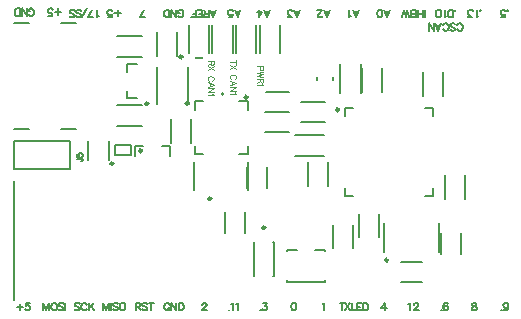
<source format=gbr>
%TF.GenerationSoftware,Altium Limited,Altium Designer,24.10.1 (45)*%
G04 Layer_Color=65535*
%FSLAX45Y45*%
%MOMM*%
%TF.SameCoordinates,D2505BA3-E522-476C-ACF0-F4815D070146*%
%TF.FilePolarity,Positive*%
%TF.FileFunction,Legend,Top*%
%TF.Part,Single*%
G01*
G75*
%TA.AperFunction,NonConductor*%
%ADD52C,0.25000*%
%ADD53C,0.15000*%
%ADD54C,0.20000*%
%ADD55C,0.12700*%
%ADD56C,0.15240*%
%ADD57C,0.12000*%
%ADD58R,0.80000X0.15000*%
D52*
X1515000Y2007500D02*
G03*
X1515000Y2007500I-12500J0D01*
G01*
X1462500Y2400000D02*
G03*
X1462500Y2400000I-12500J0D01*
G01*
X2012500Y2060000D02*
G03*
X2012500Y2060000I-12500J0D01*
G01*
X2162500Y955000D02*
G03*
X2162500Y955000I-12500J0D01*
G01*
X3202500Y680000D02*
G03*
X3202500Y680000I-12500J0D01*
G01*
X2785760Y1952600D02*
G03*
X2785760Y1952600I-12500J0D01*
G01*
X876000Y1498500D02*
G03*
X876000Y1498500I-12500J0D01*
G01*
X1117500Y1605000D02*
G03*
X1117500Y1605000I-12500J0D01*
G01*
X1172597Y2004145D02*
G03*
X1172597Y2004145I-12500J0D01*
G01*
X1705000Y1200000D02*
G03*
X1705000Y1200000I-12500J0D01*
G01*
D53*
X1807500Y2085000D02*
G03*
X1807500Y2085000I-7500J0D01*
G01*
D54*
X2794689Y2096091D02*
Y2341913D01*
X2971511Y2096091D02*
Y2341913D01*
X1362499Y1669393D02*
Y1870607D01*
X1532499Y1669393D02*
Y1870607D01*
X32000Y2686000D02*
X160000D01*
X32000Y1792000D02*
X160000D01*
X432000Y2686000D02*
X557000D01*
X432000Y1792000D02*
X557000D01*
X1567500Y1952500D02*
Y2022500D01*
X1637500D01*
X1567500Y1577500D02*
Y1647500D01*
Y1577500D02*
X1637500D01*
X2012500D02*
Y1647500D01*
X1942500Y1577500D02*
X2012500D01*
Y1952500D02*
Y2022500D01*
X1942500D02*
X2012500D01*
X1505000Y1997500D02*
Y2312500D01*
X1245000Y1997500D02*
Y2312500D01*
X2165894Y1936493D02*
X2367107D01*
X2165894Y2106493D02*
X2367107D01*
X2164593Y1766762D02*
X2365806D01*
X2164593Y1936762D02*
X2365806D01*
X2414503Y1561589D02*
X2660326D01*
X2414503Y1738411D02*
X2660326D01*
X1245000Y2409393D02*
Y2610607D01*
X1415000Y2409393D02*
Y2610607D01*
X2695000Y1309393D02*
Y1510607D01*
X2525000Y1309393D02*
Y1510607D01*
X3125000Y871675D02*
Y1072888D01*
X2955000Y871675D02*
Y1072888D01*
X3495000Y2069393D02*
Y2270607D01*
X3665000Y2069393D02*
Y2270607D01*
X2469393Y1845000D02*
X2670607D01*
X2469393Y2015000D02*
X2670607D01*
X3855000Y1199393D02*
Y1400607D01*
X3685000Y1199393D02*
Y1400607D01*
X2982500Y2106893D02*
Y2308107D01*
X3152500Y2106893D02*
Y2308107D01*
X1995300Y913033D02*
Y1088033D01*
X1825000Y912500D02*
Y1087500D01*
X2175300Y1293033D02*
Y1468033D01*
X2005000Y1292500D02*
Y1467500D01*
X3311967Y660300D02*
X3486967D01*
X3312500Y490000D02*
X3487500D01*
X3818500Y734233D02*
Y909233D01*
X3648200Y733700D02*
Y908700D01*
X2285607Y2429393D02*
Y2670607D01*
X2114393Y2429393D02*
Y2670607D01*
X1885607Y2429393D02*
Y2670607D01*
X1714393Y2429393D02*
Y2670607D01*
X1685607Y2431723D02*
Y2672936D01*
X1514393Y2431723D02*
Y2672936D01*
X910690Y2399200D02*
X1121310D01*
X910690Y2579200D02*
X1121310D01*
X2230000Y830000D02*
X2235000D01*
X2065000D02*
X2070000D01*
X2065000Y545000D02*
Y830000D01*
X2230000Y545000D02*
X2235000D01*
X2065000D02*
X2070000D01*
X2235000D02*
Y830000D01*
X3630000Y750000D02*
Y990000D01*
X3170000Y750000D02*
Y990000D01*
X2838260Y1897600D02*
Y1967600D01*
X2908260Y1967600D01*
X2838260Y1222600D02*
Y1292600D01*
Y1222600D02*
X2908260Y1222600D01*
X3583260D02*
Y1292600D01*
X3513260Y1222600D02*
X3583260D01*
X3583260Y1967600D02*
X3583260Y1897600D01*
X3513260Y1967600D02*
X3583260Y1967600D01*
X2740000Y2207500D02*
Y2232500D01*
X2600000Y2207500D02*
Y2232500D01*
X892500Y1570000D02*
Y1650000D01*
X1027500Y1570000D02*
Y1650000D01*
X892500Y1570000D02*
X1027500D01*
X892500Y1650000D02*
X1027500D01*
X910690Y1995000D02*
X1121310D01*
X910690Y1815000D02*
X1121310D01*
X840000Y1530000D02*
Y1690000D01*
X660000Y1530000D02*
Y1690000D01*
X1064000Y1563500D02*
Y1645000D01*
X1130000D01*
X1356000Y1563500D02*
Y1645000D01*
X1290000D02*
X1356000D01*
X995097Y2048146D02*
X1076597D01*
X995097D02*
Y2114145D01*
Y2340145D02*
X1076597D01*
X995097Y2274145D02*
Y2340145D01*
X2907500Y783876D02*
Y976124D01*
X2732500Y783876D02*
Y976124D01*
X2020000Y1270000D02*
Y1510000D01*
X1560000Y1270000D02*
Y1510000D01*
X1914393Y2429393D02*
Y2670607D01*
X2085607Y2429393D02*
Y2670607D01*
X2350000Y495000D02*
X2670000D01*
X2350000Y752500D02*
Y765000D01*
Y495000D02*
Y507500D01*
X2587500Y765000D02*
X2670000D01*
X2350000D02*
X2432500D01*
X2670000Y752500D02*
Y765000D01*
Y495000D02*
Y507500D01*
D55*
X34200Y1453200D02*
X511800D01*
X34200Y1686800D02*
X511800D01*
Y1453200D02*
Y1686800D01*
X34200Y1453200D02*
Y1686800D01*
X33000Y337500D02*
Y1352500D01*
D56*
X3788857Y2636127D02*
X3791880Y2630081D01*
X3797927Y2624035D01*
X3803973Y2621012D01*
X3816066D01*
X3822112Y2624035D01*
X3828158Y2630081D01*
X3831182Y2636127D01*
X3834205Y2645197D01*
Y2660312D01*
X3831182Y2669382D01*
X3828158Y2675428D01*
X3822112Y2681475D01*
X3816066Y2684498D01*
X3803973D01*
X3797927Y2681475D01*
X3791880Y2675428D01*
X3788857Y2669382D01*
X3728696Y2630081D02*
X3734743Y2624035D01*
X3743812Y2621012D01*
X3755905D01*
X3764974Y2624035D01*
X3771021Y2630081D01*
Y2636127D01*
X3767998Y2642174D01*
X3764974Y2645197D01*
X3758928Y2648220D01*
X3740789Y2654266D01*
X3734743Y2657289D01*
X3731719Y2660312D01*
X3728696Y2666359D01*
Y2675428D01*
X3734743Y2681475D01*
X3743812Y2684498D01*
X3755905D01*
X3764974Y2681475D01*
X3771021Y2675428D01*
X3669140Y2636127D02*
X3672163Y2630081D01*
X3678210Y2624035D01*
X3684256Y2621012D01*
X3696349D01*
X3702395Y2624035D01*
X3708441Y2630081D01*
X3711465Y2636127D01*
X3714488Y2645197D01*
Y2660312D01*
X3711465Y2669382D01*
X3708441Y2675428D01*
X3702395Y2681475D01*
X3696349Y2684498D01*
X3684256D01*
X3678210Y2681475D01*
X3672163Y2675428D01*
X3669140Y2669382D01*
X3602933Y2684498D02*
X3627118Y2621012D01*
X3651304Y2684498D01*
X3642234Y2663336D02*
X3612002D01*
X3588120Y2621012D02*
Y2684498D01*
Y2621012D02*
X3545795Y2684498D01*
Y2621012D02*
Y2684498D01*
X3769660Y2791211D02*
X3772683Y2794234D01*
X3769660Y2797257D01*
X3766637Y2794234D01*
X3769660Y2791211D01*
X3752730Y2733771D02*
Y2797257D01*
Y2733771D02*
X3731568D01*
X3722499Y2736794D01*
X3716452Y2742840D01*
X3713429Y2748887D01*
X3710406Y2757956D01*
Y2773072D01*
X3713429Y2782142D01*
X3716452Y2788188D01*
X3722499Y2794234D01*
X3731568Y2797257D01*
X3752730D01*
X3696197Y2745863D02*
X3690151Y2742840D01*
X3681082Y2733771D01*
Y2797257D01*
X3631502Y2733771D02*
X3640571Y2736794D01*
X3646618Y2745863D01*
X3649641Y2760979D01*
Y2770049D01*
X3646618Y2785165D01*
X3640571Y2794234D01*
X3631502Y2797257D01*
X3625455D01*
X3616386Y2794234D01*
X3610339Y2785165D01*
X3607316Y2770049D01*
Y2760979D01*
X3610339Y2745863D01*
X3616386Y2736794D01*
X3625455Y2733771D01*
X3631502D01*
X284387Y316226D02*
Y252739D01*
Y316226D02*
X308572Y252739D01*
X332757Y316226D02*
X308572Y252739D01*
X332757Y316226D02*
Y252739D01*
X369035Y316226D02*
X362989Y313203D01*
X356942Y307156D01*
X353919Y301110D01*
X350896Y292041D01*
Y276925D01*
X353919Y267855D01*
X356942Y261809D01*
X362989Y255763D01*
X369035Y252739D01*
X381128D01*
X387174Y255763D01*
X393220Y261809D01*
X396244Y267855D01*
X399267Y276925D01*
Y292041D01*
X396244Y301110D01*
X393220Y307156D01*
X387174Y313203D01*
X381128Y316226D01*
X369035D01*
X456404Y307156D02*
X450358Y313203D01*
X441289Y316226D01*
X429196D01*
X420126Y313203D01*
X414080Y307156D01*
Y301110D01*
X417103Y295064D01*
X420126Y292041D01*
X426173Y289017D01*
X444312Y282971D01*
X450358Y279948D01*
X453381Y276925D01*
X456404Y270878D01*
Y261809D01*
X450358Y255763D01*
X441289Y252739D01*
X429196D01*
X420126Y255763D01*
X414080Y261809D01*
X470613Y316226D02*
Y252739D01*
X591304Y307156D02*
X585257Y313203D01*
X576188Y316226D01*
X564095D01*
X555026Y313203D01*
X548979Y307156D01*
Y301110D01*
X552002Y295064D01*
X555026Y292041D01*
X561072Y289017D01*
X579211Y282971D01*
X585257Y279948D01*
X588281Y276925D01*
X591304Y270878D01*
Y261809D01*
X585257Y255763D01*
X576188Y252739D01*
X564095D01*
X555026Y255763D01*
X548979Y261809D01*
X650860Y301110D02*
X647837Y307156D01*
X641790Y313203D01*
X635744Y316226D01*
X623651D01*
X617605Y313203D01*
X611559Y307156D01*
X608535Y301110D01*
X605512Y292041D01*
Y276925D01*
X608535Y267855D01*
X611559Y261809D01*
X617605Y255763D01*
X623651Y252739D01*
X635744D01*
X641790Y255763D01*
X647837Y261809D01*
X650860Y267855D01*
X668696Y316226D02*
Y252739D01*
X711021Y316226D02*
X668696Y273901D01*
X683812Y289017D02*
X711021Y252739D01*
X3926454Y316226D02*
X3917384Y313203D01*
X3914361Y307156D01*
Y301110D01*
X3917384Y295064D01*
X3923431Y292041D01*
X3935523Y289017D01*
X3944593Y285994D01*
X3950639Y279948D01*
X3953662Y273901D01*
Y264832D01*
X3950639Y258786D01*
X3947616Y255763D01*
X3938546Y252739D01*
X3926454D01*
X3917384Y255763D01*
X3914361Y258786D01*
X3911338Y264832D01*
Y273901D01*
X3914361Y279948D01*
X3920407Y285994D01*
X3929477Y289017D01*
X3941569Y292041D01*
X3947616Y295064D01*
X3950639Y301110D01*
Y307156D01*
X3947616Y313203D01*
X3938546Y316226D01*
X3926454D01*
X2812736D02*
Y252739D01*
X2791574Y316226D02*
X2833898D01*
X2841456D02*
X2883780Y252739D01*
Y316226D02*
X2841456Y252739D01*
X2897989Y316226D02*
Y252739D01*
X2934267D01*
X2980521Y316226D02*
X2941220D01*
Y252739D01*
X2980521D01*
X2941220Y285994D02*
X2965405D01*
X2991102Y316226D02*
Y252739D01*
Y316226D02*
X3012264D01*
X3021334Y313203D01*
X3027380Y307156D01*
X3030403Y301110D01*
X3033426Y292041D01*
Y276925D01*
X3030403Y267855D01*
X3027380Y261809D01*
X3021334Y255763D01*
X3012264Y252739D01*
X2991102D01*
X4160896Y258786D02*
X4157873Y255763D01*
X4160896Y252739D01*
X4163919Y255763D01*
X4160896Y258786D01*
X4217127Y295064D02*
X4214104Y285994D01*
X4208057Y279948D01*
X4198988Y276925D01*
X4195965D01*
X4186895Y279948D01*
X4180849Y285994D01*
X4177826Y295064D01*
Y298087D01*
X4180849Y307156D01*
X4186895Y313203D01*
X4195965Y316226D01*
X4198988D01*
X4208057Y313203D01*
X4214104Y307156D01*
X4217127Y295064D01*
Y279948D01*
X4214104Y264832D01*
X4208057Y255763D01*
X4198988Y252739D01*
X4192942D01*
X4183872Y255763D01*
X4180849Y261809D01*
X4215615Y2791213D02*
X4218639Y2794236D01*
X4215615Y2797259D01*
X4212592Y2794236D01*
X4215615Y2791213D01*
X4162407Y2733773D02*
X4192639D01*
X4195662Y2760981D01*
X4192639Y2757958D01*
X4183570Y2754935D01*
X4174500D01*
X4165431Y2757958D01*
X4159384Y2764005D01*
X4156361Y2773074D01*
Y2779120D01*
X4159384Y2788190D01*
X4165431Y2794236D01*
X4174500Y2797259D01*
X4183570D01*
X4192639Y2794236D01*
X4195662Y2791213D01*
X4198686Y2785167D01*
X3983894Y2791213D02*
X3986917Y2794236D01*
X3983894Y2797259D01*
X3980871Y2794236D01*
X3983894Y2791213D01*
X3966964Y2745865D02*
X3960918Y2742842D01*
X3951848Y2733773D01*
Y2797259D01*
X3914361Y2733773D02*
X3881106D01*
X3899245Y2757958D01*
X3890176D01*
X3884129Y2760981D01*
X3881106Y2764005D01*
X3878083Y2773074D01*
Y2779120D01*
X3881106Y2788190D01*
X3887152Y2794236D01*
X3896222Y2797259D01*
X3905291D01*
X3914361Y2794236D01*
X3917384Y2791213D01*
X3920407Y2785167D01*
X3515380Y2733773D02*
Y2776097D01*
Y2791213D02*
X3518403Y2794236D01*
X3515380Y2797259D01*
X3512357Y2794236D01*
X3515380Y2791213D01*
X3498450Y2733773D02*
Y2797259D01*
X3456126Y2733773D02*
Y2797259D01*
X3498450Y2764005D02*
X3456126D01*
X3438592Y2733773D02*
Y2797259D01*
Y2733773D02*
X3411383D01*
X3402314Y2736796D01*
X3399291Y2739819D01*
X3396268Y2745865D01*
Y2751912D01*
X3399291Y2757958D01*
X3402314Y2760981D01*
X3411383Y2764005D01*
X3438592D02*
X3411383D01*
X3402314Y2767028D01*
X3399291Y2770051D01*
X3396268Y2776097D01*
Y2785167D01*
X3399291Y2791213D01*
X3402314Y2794236D01*
X3411383Y2797259D01*
X3438592D01*
X3382059Y2733773D02*
X3366943Y2797259D01*
X3351827Y2733773D02*
X3366943Y2797259D01*
X3351827Y2733773D02*
X3336711Y2797259D01*
X3321596Y2733773D02*
X3336711Y2797259D01*
X3169384D02*
X3193569Y2733773D01*
X3217754Y2797259D01*
X3208684Y2776097D02*
X3178453D01*
X3136431Y2733773D02*
X3145500Y2736796D01*
X3151547Y2745865D01*
X3154570Y2760981D01*
Y2770051D01*
X3151547Y2785167D01*
X3145500Y2794236D01*
X3136431Y2797259D01*
X3130385D01*
X3121315Y2794236D01*
X3115269Y2785167D01*
X3112246Y2770051D01*
Y2760981D01*
X3115269Y2745865D01*
X3121315Y2736796D01*
X3130385Y2733773D01*
X3136431D01*
X2905779Y2797259D02*
X2929964Y2733773D01*
X2954150Y2797259D01*
X2945080Y2776097D02*
X2914849D01*
X2890966Y2745865D02*
X2884920Y2742842D01*
X2875850Y2733773D01*
Y2797259D01*
X2661883D02*
X2686069Y2733773D01*
X2710254Y2797259D01*
X2701184Y2776097D02*
X2670953D01*
X2644047Y2748889D02*
Y2745865D01*
X2641024Y2739819D01*
X2638000Y2736796D01*
X2631954Y2733773D01*
X2619861D01*
X2613815Y2736796D01*
X2610792Y2739819D01*
X2607769Y2745865D01*
Y2751912D01*
X2610792Y2757958D01*
X2616838Y2767028D01*
X2647070Y2797259D01*
X2604746D01*
X2409384D02*
X2433569Y2733773D01*
X2457754Y2797259D01*
X2448684Y2776097D02*
X2418453D01*
X2388524Y2733773D02*
X2355269D01*
X2373408Y2757958D01*
X2364338D01*
X2358292Y2760981D01*
X2355269Y2764005D01*
X2352246Y2773074D01*
Y2779120D01*
X2355269Y2788190D01*
X2361315Y2794236D01*
X2370385Y2797259D01*
X2379454D01*
X2388524Y2794236D01*
X2391547Y2791213D01*
X2394570Y2785167D01*
X2153395Y2797259D02*
X2177580Y2733773D01*
X2201765Y2797259D01*
X2192696Y2776097D02*
X2162464D01*
X2108350Y2733773D02*
X2138581Y2776097D01*
X2093234D01*
X2108350Y2733773D02*
Y2797259D01*
X1904384D02*
X1928569Y2733773D01*
X1952754Y2797259D01*
X1943684Y2776097D02*
X1913453D01*
X1853292Y2733773D02*
X1883524D01*
X1886547Y2760981D01*
X1883524Y2757958D01*
X1874454Y2754935D01*
X1865385D01*
X1856315Y2757958D01*
X1850269Y2764005D01*
X1847246Y2773074D01*
Y2779120D01*
X1850269Y2788190D01*
X1856315Y2794236D01*
X1865385Y2797259D01*
X1874454D01*
X1883524Y2794236D01*
X1886547Y2791213D01*
X1889570Y2785167D01*
X1698579Y2797259D02*
X1722764Y2733773D01*
X1746950Y2797259D01*
X1737880Y2776097D02*
X1707648D01*
X1683765Y2733773D02*
Y2797259D01*
Y2733773D02*
X1656557D01*
X1647487Y2736796D01*
X1644464Y2739819D01*
X1641441Y2745865D01*
Y2751912D01*
X1644464Y2757958D01*
X1647487Y2760981D01*
X1656557Y2764005D01*
X1683765D01*
X1662603D02*
X1641441Y2797259D01*
X1587931Y2733773D02*
X1627232D01*
Y2797259D01*
X1587931D01*
X1627232Y2764005D02*
X1603047D01*
X1577350Y2733773D02*
Y2797259D01*
Y2733773D02*
X1538049D01*
X1577350Y2764005D02*
X1553165D01*
X1423173Y2748889D02*
X1426196Y2742842D01*
X1432243Y2736796D01*
X1438289Y2733773D01*
X1450382D01*
X1456428Y2736796D01*
X1462474Y2742842D01*
X1465497Y2748889D01*
X1468521Y2757958D01*
Y2773074D01*
X1465497Y2782144D01*
X1462474Y2788190D01*
X1456428Y2794236D01*
X1450382Y2797259D01*
X1438289D01*
X1432243Y2794236D01*
X1426196Y2788190D01*
X1423173Y2782144D01*
Y2773074D01*
X1438289D02*
X1423173D01*
X1408662Y2733773D02*
Y2797259D01*
Y2733773D02*
X1366338Y2797259D01*
Y2733773D02*
Y2797259D01*
X1348803Y2733773D02*
Y2797259D01*
Y2733773D02*
X1327641D01*
X1318572Y2736796D01*
X1312525Y2742842D01*
X1309502Y2748889D01*
X1306479Y2757958D01*
Y2773074D01*
X1309502Y2782144D01*
X1312525Y2788190D01*
X1318572Y2794236D01*
X1327641Y2797259D01*
X1348803D01*
X1106338Y2733773D02*
X1136569Y2797259D01*
X1148662Y2733773D02*
X1106338D01*
X913034Y2742842D02*
Y2797259D01*
X940242Y2770051D02*
X885825D01*
X830804Y2733773D02*
X861035D01*
X864058Y2760981D01*
X861035Y2757958D01*
X851966Y2754935D01*
X842896D01*
X833827Y2757958D01*
X827780Y2764005D01*
X824757Y2773074D01*
Y2779120D01*
X827780Y2788190D01*
X833827Y2794236D01*
X842896Y2797259D01*
X851966D01*
X861035Y2794236D01*
X864058Y2791213D01*
X867082Y2785167D01*
X754252Y2749297D02*
X748206Y2746273D01*
X739136Y2737204D01*
Y2800690D01*
X665371Y2737204D02*
X695602Y2800690D01*
X707695Y2737204D02*
X665371D01*
X651162Y2809760D02*
X608838Y2737204D01*
X562281Y2746273D02*
X568327Y2740227D01*
X577397Y2737204D01*
X589490D01*
X598559Y2740227D01*
X604605Y2746273D01*
Y2752320D01*
X601582Y2758366D01*
X598559Y2761389D01*
X592513Y2764412D01*
X574374Y2770459D01*
X568327Y2773482D01*
X565304Y2776505D01*
X562281Y2782551D01*
Y2791621D01*
X568327Y2797667D01*
X577397Y2800690D01*
X589490D01*
X598559Y2797667D01*
X604605Y2791621D01*
X505748Y2746273D02*
X511794Y2740227D01*
X520864Y2737204D01*
X532957D01*
X542026Y2740227D01*
X548072Y2746273D01*
Y2752320D01*
X545049Y2758366D01*
X542026Y2761389D01*
X535980Y2764412D01*
X517841Y2770459D01*
X511794Y2773482D01*
X508771Y2776505D01*
X505748Y2782551D01*
Y2791621D01*
X511794Y2797667D01*
X520864Y2800690D01*
X532957D01*
X542026Y2797667D01*
X548072Y2791621D01*
X408034Y2755342D02*
Y2809759D01*
X435242Y2782551D02*
X380825D01*
X325804Y2746273D02*
X356035D01*
X359058Y2773481D01*
X356035Y2770458D01*
X346966Y2767435D01*
X337896D01*
X328827Y2770458D01*
X322780Y2776505D01*
X319757Y2785574D01*
Y2791621D01*
X322780Y2800690D01*
X328827Y2806736D01*
X337896Y2809759D01*
X346966D01*
X356035Y2806736D01*
X359058Y2803713D01*
X362082Y2797667D01*
X158173Y2761389D02*
X161196Y2755342D01*
X167242Y2749296D01*
X173289Y2746273D01*
X185382D01*
X191428Y2749296D01*
X197474Y2755342D01*
X200497Y2761389D01*
X203521Y2770458D01*
Y2785574D01*
X200497Y2794644D01*
X197474Y2800690D01*
X191428Y2806736D01*
X185382Y2809759D01*
X173289D01*
X167242Y2806736D01*
X161196Y2800690D01*
X158173Y2794644D01*
Y2785574D01*
X173289D02*
X158173D01*
X143662Y2746273D02*
Y2809759D01*
Y2746273D02*
X101338Y2809759D01*
Y2746273D02*
Y2809759D01*
X83803Y2746273D02*
Y2809759D01*
Y2746273D02*
X62641D01*
X53572Y2749296D01*
X47525Y2755342D01*
X44502Y2761389D01*
X41479Y2770458D01*
Y2785574D01*
X44502Y2794644D01*
X47525Y2800690D01*
X53572Y2806736D01*
X62641Y2809759D01*
X83803D01*
X1854710Y258786D02*
X1851687Y255763D01*
X1854710Y252739D01*
X1857733Y255763D01*
X1854710Y258786D01*
X1871640Y304133D02*
X1877686Y307156D01*
X1886756Y316226D01*
Y252739D01*
X1918197Y304133D02*
X1924243Y307156D01*
X1933313Y316226D01*
Y252739D01*
X3653396Y258786D02*
X3650373Y255763D01*
X3653396Y252739D01*
X3656419Y255763D01*
X3653396Y258786D01*
X3706604Y307156D02*
X3703581Y313203D01*
X3694511Y316226D01*
X3688465D01*
X3679395Y313203D01*
X3673349Y304133D01*
X3670326Y289017D01*
Y273901D01*
X3673349Y261809D01*
X3679395Y255763D01*
X3688465Y252739D01*
X3691488D01*
X3700557Y255763D01*
X3706604Y261809D01*
X3709627Y270878D01*
Y273901D01*
X3706604Y282971D01*
X3700557Y289017D01*
X3691488Y292041D01*
X3688465D01*
X3679395Y289017D01*
X3673349Y282971D01*
X3670326Y273901D01*
X3373060Y304133D02*
X3379106Y307156D01*
X3388175Y316226D01*
Y252739D01*
X3422639Y301110D02*
Y304133D01*
X3425662Y310179D01*
X3428686Y313203D01*
X3434732Y316226D01*
X3446825D01*
X3452871Y313203D01*
X3455894Y310179D01*
X3458917Y304133D01*
Y298087D01*
X3455894Y292041D01*
X3449848Y282971D01*
X3419616Y252739D01*
X3461940D01*
X3175058Y316226D02*
X3144826Y273901D01*
X3190174D01*
X3175058Y316226D02*
Y252739D01*
X2647442Y304133D02*
X2653488Y307156D01*
X2662558Y316226D01*
Y252739D01*
X2401977Y316226D02*
X2392908Y313203D01*
X2386861Y304133D01*
X2383838Y289017D01*
Y279948D01*
X2386861Y264832D01*
X2392908Y255763D01*
X2401977Y252739D01*
X2408023D01*
X2417093Y255763D01*
X2423139Y264832D01*
X2426162Y279948D01*
Y289017D01*
X2423139Y304133D01*
X2417093Y313203D01*
X2408023Y316226D01*
X2401977D01*
X2121885Y258786D02*
X2118861Y255763D01*
X2121885Y252739D01*
X2124908Y255763D01*
X2121885Y258786D01*
X2144861Y316226D02*
X2178116D01*
X2159976Y292041D01*
X2169046D01*
X2175092Y289017D01*
X2178116Y285994D01*
X2181139Y276925D01*
Y270878D01*
X2178116Y261809D01*
X2172069Y255763D01*
X2163000Y252739D01*
X2153930D01*
X2144861Y255763D01*
X2141837Y258786D01*
X2138814Y264832D01*
X1629361Y301110D02*
Y304133D01*
X1632384Y310179D01*
X1635407Y313203D01*
X1641454Y316226D01*
X1653546D01*
X1659593Y313203D01*
X1662616Y310179D01*
X1665639Y304133D01*
Y298087D01*
X1662616Y292041D01*
X1656569Y282971D01*
X1626338Y252739D01*
X1668662D01*
X1354327Y301110D02*
X1351304Y307156D01*
X1345257Y313203D01*
X1339211Y316226D01*
X1327118D01*
X1321072Y313203D01*
X1315026Y307156D01*
X1312002Y301110D01*
X1308979Y292041D01*
Y276925D01*
X1312002Y267855D01*
X1315026Y261809D01*
X1321072Y255763D01*
X1327118Y252739D01*
X1339211D01*
X1345257Y255763D01*
X1351304Y261809D01*
X1354327Y267855D01*
Y276925D01*
X1339211D02*
X1354327D01*
X1368838Y316226D02*
Y252739D01*
Y316226D02*
X1411162Y252739D01*
Y316226D02*
Y252739D01*
X1428697Y316226D02*
Y252739D01*
Y316226D02*
X1449859D01*
X1458928Y313203D01*
X1464975Y307156D01*
X1467998Y301110D01*
X1471021Y292041D01*
Y276925D01*
X1467998Y267855D01*
X1464975Y261809D01*
X1458928Y255763D01*
X1449859Y252739D01*
X1428697D01*
X1064805Y316226D02*
Y252739D01*
Y316226D02*
X1092013D01*
X1101083Y313203D01*
X1104106Y310179D01*
X1107129Y304133D01*
Y298087D01*
X1104106Y292041D01*
X1101083Y289017D01*
X1092013Y285994D01*
X1064805D01*
X1085967D02*
X1107129Y252739D01*
X1163662Y307156D02*
X1157616Y313203D01*
X1148546Y316226D01*
X1136454D01*
X1127384Y313203D01*
X1121338Y307156D01*
Y301110D01*
X1124361Y295064D01*
X1127384Y292041D01*
X1133431Y289017D01*
X1151569Y282971D01*
X1157616Y279948D01*
X1160639Y276925D01*
X1163662Y270878D01*
Y261809D01*
X1157616Y255763D01*
X1148546Y252739D01*
X1136454D01*
X1127384Y255763D01*
X1121338Y261809D01*
X1199033Y316226D02*
Y252739D01*
X1177871Y316226D02*
X1220195D01*
X792643D02*
Y252739D01*
Y316226D02*
X816828Y252739D01*
X841013Y316226D02*
X816828Y252739D01*
X841013Y316226D02*
Y252739D01*
X859152Y316226D02*
Y252739D01*
X914778Y307156D02*
X908732Y313203D01*
X899663Y316226D01*
X887570D01*
X878500Y313203D01*
X872454Y307156D01*
Y301110D01*
X875477Y295064D01*
X878500Y292041D01*
X884547Y289017D01*
X902686Y282971D01*
X908732Y279948D01*
X911755Y276925D01*
X914778Y270878D01*
Y261809D01*
X908732Y255763D01*
X899663Y252739D01*
X887570D01*
X878500Y255763D01*
X872454Y261809D01*
X947126Y316226D02*
X941080Y313203D01*
X935033Y307156D01*
X932010Y301110D01*
X928987Y292041D01*
Y276925D01*
X932010Y267855D01*
X935033Y261809D01*
X941080Y255763D01*
X947126Y252739D01*
X959219D01*
X965265Y255763D01*
X971311Y261809D01*
X974335Y267855D01*
X977358Y276925D01*
Y292041D01*
X974335Y301110D01*
X971311Y307156D01*
X965265Y313203D01*
X959219Y316226D01*
X947126D01*
X84466Y307156D02*
Y252739D01*
X57258Y279948D02*
X111675D01*
X166696Y316226D02*
X136465D01*
X133441Y289017D01*
X136465Y292041D01*
X145534Y295064D01*
X154604D01*
X163673Y292041D01*
X169719Y285994D01*
X172743Y276925D01*
Y270878D01*
X169719Y261809D01*
X163673Y255763D01*
X154604Y252739D01*
X145534D01*
X136465Y255763D01*
X133441Y258786D01*
X130418Y264832D01*
X564605Y1538633D02*
X603302D01*
X610557Y1536214D01*
X612976Y1533796D01*
X615395Y1528959D01*
Y1524122D01*
X612976Y1519285D01*
X610557Y1516866D01*
X603302Y1514448D01*
X598465D01*
X564605Y1580715D02*
Y1556530D01*
X586372Y1554111D01*
X583954Y1556530D01*
X581535Y1563786D01*
Y1571041D01*
X583954Y1578297D01*
X588791Y1583134D01*
X596046Y1585552D01*
X600883D01*
X608139Y1583134D01*
X612976Y1578297D01*
X615395Y1571041D01*
Y1563786D01*
X612976Y1556530D01*
X610557Y1554111D01*
X605720Y1551693D01*
D57*
X1915395Y2356126D02*
X1864606D01*
X1915395Y2373056D02*
Y2339196D01*
Y2333150D02*
X1864606Y2299291D01*
X1915395D02*
X1864606Y2333150D01*
X1903302Y2211740D02*
X1908139Y2214159D01*
X1912976Y2218996D01*
X1915395Y2223833D01*
Y2233507D01*
X1912976Y2238344D01*
X1908139Y2243181D01*
X1903302Y2245600D01*
X1896046Y2248018D01*
X1883954D01*
X1876698Y2245600D01*
X1871861Y2243181D01*
X1867024Y2238344D01*
X1864606Y2233507D01*
Y2223833D01*
X1867024Y2218996D01*
X1871861Y2214159D01*
X1876698Y2211740D01*
X1864606Y2158774D02*
X1915395Y2178123D01*
X1864606Y2197471D01*
X1881535Y2190215D02*
Y2166030D01*
X1915395Y2146924D02*
X1864606D01*
X1915395D02*
X1864606Y2113064D01*
X1915395D02*
X1864606D01*
X1905721Y2099037D02*
X1908139Y2094200D01*
X1915395Y2086944D01*
X1864606D01*
X1725395Y2365716D02*
X1674605D01*
X1725395D02*
Y2343949D01*
X1722976Y2336694D01*
X1720558Y2334275D01*
X1715720Y2331857D01*
X1710884D01*
X1706046Y2334275D01*
X1703628Y2336694D01*
X1701209Y2343949D01*
Y2365716D01*
Y2348787D02*
X1674605Y2331857D01*
X1725395Y2320490D02*
X1674605Y2286630D01*
X1725395D02*
X1674605Y2320490D01*
X1713302Y2199079D02*
X1718139Y2201498D01*
X1722976Y2206335D01*
X1725395Y2211172D01*
Y2220846D01*
X1722976Y2225683D01*
X1718139Y2230520D01*
X1713302Y2232939D01*
X1706046Y2235357D01*
X1693954D01*
X1686698Y2232939D01*
X1681861Y2230520D01*
X1677024Y2225683D01*
X1674605Y2220846D01*
Y2211172D01*
X1677024Y2206335D01*
X1681861Y2201498D01*
X1686698Y2199079D01*
X1674605Y2146114D02*
X1725395Y2165462D01*
X1674605Y2184810D01*
X1691535Y2177555D02*
Y2153369D01*
X1725395Y2134263D02*
X1674605D01*
X1725395D02*
X1674605Y2100403D01*
X1725395D02*
X1674605D01*
X1715720Y2086376D02*
X1718139Y2081539D01*
X1725395Y2074283D01*
X1674605D01*
X2118791Y2320537D02*
Y2298770D01*
X2121209Y2291515D01*
X2123628Y2289096D01*
X2128465Y2286678D01*
X2135721D01*
X2140558Y2289096D01*
X2142976Y2291515D01*
X2145395Y2298770D01*
Y2320537D01*
X2094606D01*
X2145395Y2275311D02*
X2094606Y2263218D01*
X2145395Y2251125D02*
X2094606Y2263218D01*
X2145395Y2251125D02*
X2094606Y2239033D01*
X2145395Y2226940D02*
X2094606Y2239033D01*
X2145395Y2216782D02*
X2094606D01*
X2145395D02*
Y2195015D01*
X2142976Y2187760D01*
X2140558Y2185341D01*
X2135721Y2182923D01*
X2130884D01*
X2126047Y2185341D01*
X2123628Y2187760D01*
X2121209Y2195015D01*
Y2216782D01*
Y2199853D02*
X2094606Y2182923D01*
X2135721Y2171556D02*
X2138139Y2166719D01*
X2145395Y2159463D01*
X2094606D01*
D58*
X1599996Y2387504D02*
D03*
%TF.MD5,95ca1ba3817725978f067d7e36afb5c0*%
M02*

</source>
